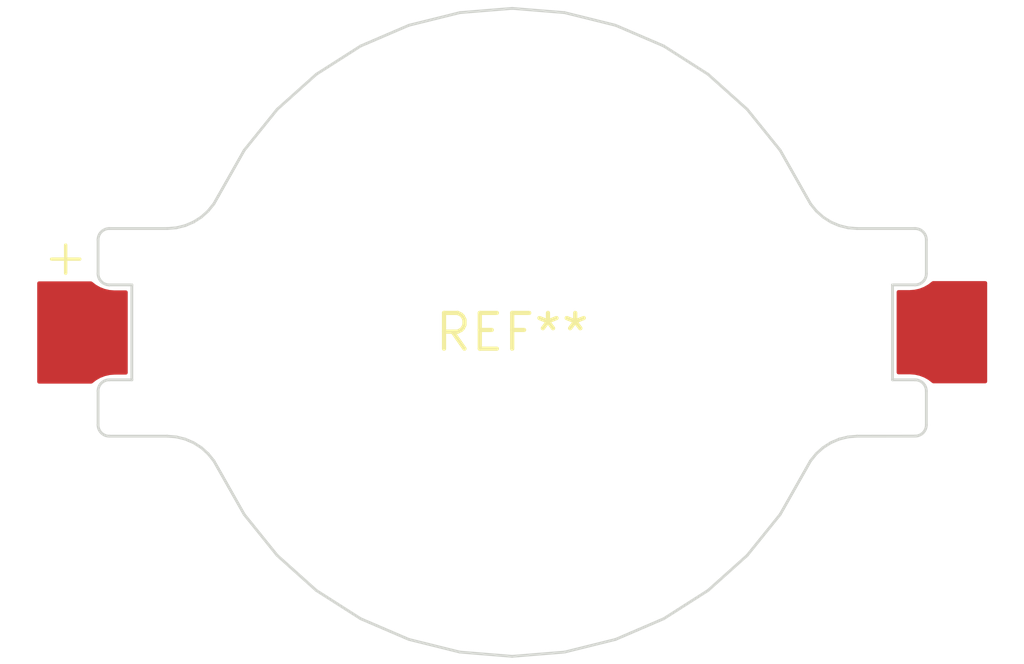
<source format=kicad_pcb>
(kicad_pcb (version 20240108) (generator pcbnew)
  (layers (0 "F.Cu" signal) (31 "B.Cu" signal) (34 "B.Paste" user) (35 "F.Paste" user) (36 "B.SilkS" user "B.Silkscreen") (37 "F.SilkS" user "F.Silkscreen") (38 "B.Mask" user) (39 "F.Mask" user) (44 "Edge.Cuts" user))
  (net 0 "")
  (footprint "BatteryHolder_Keystone_1057_1x2032" (layer "F.Cu") (at 0 0)
    (property "Reference" "REF**")
    (property "Value" "BatteryHolder_Keystone_1057_1x2032")
    (fp_line (start -15.85 -3.1) (end -15.85 -2.1) (layer "F.SilkS") (stroke (width 0.12)))
    (fp_line (start -15.35 -2.6) (end -16.35 -2.6) (layer "F.SilkS") (stroke (width 0.12)))
    (fp_line (start -14.7 -2.08505) (end -14.7 -3.285) (layer "Edge.Cuts") (stroke (width 0.1)))
    (fp_line (start -14.7 3.284899) (end -14.7 2.084949) (layer "Edge.Cuts") (stroke (width 0.1)))
    (fp_line (start -14.3 -3.685) (end -12.244621 -3.685) (layer "Edge.Cuts") (stroke (width 0.1)))
    (fp_line (start -14.3 1.684949) (end -13.5 1.684949) (layer "Edge.Cuts") (stroke (width 0.1)))
    (fp_line (start -13.5 -1.68505) (end -14.3 -1.68505) (layer "Edge.Cuts") (stroke (width 0.1)))
    (fp_line (start -13.5 1.684949) (end -13.5 -1.68505) (layer "Edge.Cuts") (stroke (width 0.1)))
    (fp_line (start -12.244621 -3.685) (end -11.921437 -3.711285) (layer "Edge.Cuts") (stroke (width 0.1)))
    (fp_line (start -12.244621 3.684999) (end -14.3 3.684899) (layer "Edge.Cuts") (stroke (width 0.1)))
    (fp_line (start -11.921437 -3.711285) (end -11.606747 -3.789448) (layer "Edge.Cuts") (stroke (width 0.1)))
    (fp_line (start -11.921437 3.711284) (end -12.244621 3.684999) (layer "Edge.Cuts") (stroke (width 0.1)))
    (fp_line (start -11.606747 -3.789448) (end -11.308824 -3.917435) (layer "Edge.Cuts") (stroke (width 0.1)))
    (fp_line (start -11.606747 3.789447) (end -11.921437 3.711284) (layer "Edge.Cuts") (stroke (width 0.1)))
    (fp_line (start -11.308824 -3.917435) (end -11.035498 -4.091883) (layer "Edge.Cuts") (stroke (width 0.1)))
    (fp_line (start -11.308824 3.917434) (end -11.606747 3.789447) (layer "Edge.Cuts") (stroke (width 0.1)))
    (fp_line (start -11.035498 -4.091883) (end -10.793954 -4.308205) (layer "Edge.Cuts") (stroke (width 0.1)))
    (fp_line (start -11.035498 4.091882) (end -11.308824 3.917434) (layer "Edge.Cuts") (stroke (width 0.1)))
    (fp_line (start -10.793954 -4.308205) (end -10.59054 -4.560716) (layer "Edge.Cuts") (stroke (width 0.1)))
    (fp_line (start -10.793954 4.308204) (end -11.035498 4.091882) (layer "Edge.Cuts") (stroke (width 0.1)))
    (fp_line (start -10.59054 -4.560716) (end -10.430603 -4.842778) (layer "Edge.Cuts") (stroke (width 0.1)))
    (fp_line (start -10.59054 4.560715) (end -10.793954 4.308204) (layer "Edge.Cuts") (stroke (width 0.1)))
    (fp_line (start -10.430603 -4.842778) (end -9.510966 -6.464636) (layer "Edge.Cuts") (stroke (width 0.1)))
    (fp_line (start -10.430603 4.842777) (end -10.59054 4.560715) (layer "Edge.Cuts") (stroke (width 0.1)))
    (fp_line (start -9.510966 -6.464636) (end -8.341335 -7.916572) (layer "Edge.Cuts") (stroke (width 0.1)))
    (fp_line (start -9.510966 6.464635) (end -10.430603 4.842777) (layer "Edge.Cuts") (stroke (width 0.1)))
    (fp_line (start -8.341335 -7.916572) (end -6.952454 -9.160424) (layer "Edge.Cuts") (stroke (width 0.1)))
    (fp_line (start -8.341335 7.916571) (end -9.510966 6.464635) (layer "Edge.Cuts") (stroke (width 0.1)))
    (fp_line (start -6.952454 -9.160424) (end -5.38083 -10.163496) (layer "Edge.Cuts") (stroke (width 0.1)))
    (fp_line (start -6.952454 9.160423) (end -8.341335 7.916571) (layer "Edge.Cuts") (stroke (width 0.1)))
    (fp_line (start -5.38083 -10.163496) (end -3.667773 -10.899424) (layer "Edge.Cuts") (stroke (width 0.1)))
    (fp_line (start -5.38083 10.163495) (end -6.952454 9.160423) (layer "Edge.Cuts") (stroke (width 0.1)))
    (fp_line (start -3.667773 -10.899424) (end -1.858308 -11.348863) (layer "Edge.Cuts") (stroke (width 0.1)))
    (fp_line (start -3.667773 10.899423) (end -5.38083 10.163495) (layer "Edge.Cuts") (stroke (width 0.1)))
    (fp_line (start -1.858308 -11.348863) (end 0 -11.5) (layer "Edge.Cuts") (stroke (width 0.1)))
    (fp_line (start -1.858308 11.348862) (end -3.667773 10.899423) (layer "Edge.Cuts") (stroke (width 0.1)))
    (fp_line (start 0 -11.5) (end 1.858309 -11.348863) (layer "Edge.Cuts") (stroke (width 0.1)))
    (fp_line (start 0 11.499999) (end -1.858308 11.348862) (layer "Edge.Cuts") (stroke (width 0.1)))
    (fp_line (start 1.858309 -11.348863) (end 3.667774 -10.899424) (layer "Edge.Cuts") (stroke (width 0.1)))
    (fp_line (start 1.858309 11.348862) (end 0 11.499999) (layer "Edge.Cuts") (stroke (width 0.1)))
    (fp_line (start 3.667774 -10.899424) (end 5.380831 -10.163496) (layer "Edge.Cuts") (stroke (width 0.1)))
    (fp_line (start 3.667774 10.899423) (end 1.858309 11.348862) (layer "Edge.Cuts") (stroke (width 0.1)))
    (fp_line (start 5.380831 -10.163496) (end 6.952455 -9.160424) (layer "Edge.Cuts") (stroke (width 0.1)))
    (fp_line (start 5.380831 10.163495) (end 3.667774 10.899423) (layer "Edge.Cuts") (stroke (width 0.1)))
    (fp_line (start 6.952455 -9.160424) (end 8.341336 -7.916572) (layer "Edge.Cuts") (stroke (width 0.1)))
    (fp_line (start 6.952455 9.160423) (end 5.380831 10.163495) (layer "Edge.Cuts") (stroke (width 0.1)))
    (fp_line (start 8.341336 -7.916572) (end 9.510967 -6.464636) (layer "Edge.Cuts") (stroke (width 0.1)))
    (fp_line (start 8.341336 7.916571) (end 6.952455 9.160423) (layer "Edge.Cuts") (stroke (width 0.1)))
    (fp_line (start 9.510967 -6.464636) (end 10.430604 -4.842778) (layer "Edge.Cuts") (stroke (width 0.1)))
    (fp_line (start 9.510967 6.464635) (end 8.341336 7.916571) (layer "Edge.Cuts") (stroke (width 0.1)))
    (fp_line (start 10.430604 -4.842778) (end 10.590541 -4.560716) (layer "Edge.Cuts") (stroke (width 0.1)))
    (fp_line (start 10.430604 4.842777) (end 9.510967 6.464635) (layer "Edge.Cuts") (stroke (width 0.1)))
    (fp_line (start 10.590541 -4.560716) (end 10.793955 -4.308205) (layer "Edge.Cuts") (stroke (width 0.1)))
    (fp_line (start 10.590541 4.560715) (end 10.430604 4.842777) (layer "Edge.Cuts") (stroke (width 0.1)))
    (fp_line (start 10.793955 -4.308205) (end 11.035499 -4.091883) (layer "Edge.Cuts") (stroke (width 0.1)))
    (fp_line (start 10.793955 4.308204) (end 10.590541 4.560715) (layer "Edge.Cuts") (stroke (width 0.1)))
    (fp_line (start 11.035499 -4.091883) (end 11.308825 -3.917435) (layer "Edge.Cuts") (stroke (width 0.1)))
    (fp_line (start 11.035499 4.091882) (end 10.793955 4.308204) (layer "Edge.Cuts") (stroke (width 0.1)))
    (fp_line (start 11.308825 -3.917435) (end 11.606748 -3.789448) (layer "Edge.Cuts") (stroke (width 0.1)))
    (fp_line (start 11.308825 3.917434) (end 11.035499 4.091882) (layer "Edge.Cuts") (stroke (width 0.1)))
    (fp_line (start 11.606748 -3.789448) (end 11.921438 -3.711285) (layer "Edge.Cuts") (stroke (width 0.1)))
    (fp_line (start 11.606748 3.789447) (end 11.308825 3.917434) (layer "Edge.Cuts") (stroke (width 0.1)))
    (fp_line (start 11.921438 -3.711285) (end 12.244622 -3.685) (layer "Edge.Cuts") (stroke (width 0.1)))
    (fp_line (start 11.921438 3.711284) (end 11.606748 3.789447) (layer "Edge.Cuts") (stroke (width 0.1)))
    (fp_line (start 12.244622 -3.685) (end 14.3 -3.685) (layer "Edge.Cuts") (stroke (width 0.1)))
    (fp_line (start 12.244622 3.684999) (end 11.921438 3.711284) (layer "Edge.Cuts") (stroke (width 0.1)))
    (fp_line (start 13.5 -1.68505) (end 13.5 1.684949) (layer "Edge.Cuts") (stroke (width 0.1)))
    (fp_line (start 13.5 1.684949) (end 14.3 1.68505) (layer "Edge.Cuts") (stroke (width 0.1)))
    (fp_line (start 14.3 -1.68505) (end 13.5 -1.68505) (layer "Edge.Cuts") (stroke (width 0.1)))
    (fp_line (start 14.3 3.682793) (end 12.244622 3.684999) (layer "Edge.Cuts") (stroke (width 0.1)))
    (fp_line (start 14.7 -3.285) (end 14.7 -2.08505) (layer "Edge.Cuts") (stroke (width 0.1)))
    (fp_line (start 14.7 2.082843) (end 14.7 3.282793) (layer "Edge.Cuts") (stroke (width 0.1)))
    (fp_arc (start -14.7 -3.285) (mid -14.582843 -3.567843) (end -14.3 -3.685) (layer "Edge.Cuts") (stroke (width 0.1)))
    (fp_arc (start -14.7 2.084949) (mid -14.582843 1.802106) (end -14.3 1.684949) (layer "Edge.Cuts") (stroke (width 0.1)))
    (fp_arc (start -14.3 -1.68505) (mid -14.582843 -1.802207) (end -14.7 -2.08505) (layer "Edge.Cuts") (stroke (width 0.1)))
    (fp_arc (start -14.3 3.684899) (mid -14.582843 3.567742) (end -14.7 3.284899) (layer "Edge.Cuts") (stroke (width 0.1)))
    (fp_arc (start 14.3 -3.685) (mid 14.582843 -3.567843) (end 14.7 -3.285) (layer "Edge.Cuts") (stroke (width 0.1)))
    (fp_arc (start 14.3 1.68505) (mid 14.582843 1.802207) (end 14.7 2.08505) (layer "Edge.Cuts") (stroke (width 0.1)))
    (fp_arc (start 14.7 -2.08505) (mid 14.582843 -1.802207) (end 14.3 -1.68505) (layer "Edge.Cuts") (stroke (width 0.1)))
    (fp_arc (start 14.7 3.282793) (mid 14.582843 3.565636) (end 14.3 3.682793) (layer "Edge.Cuts") (stroke (width 0.1)))
    (pad "1" smd custom (at -15.15 -0.1) (size 1 1) (layers "F.Cu" "F.Paste" "F.Mask") (options (clearance outline) (anchor rect)) (primitives (gr_poly (pts (xy 0.2 -1.65) (xy 0.271537 -1.594563) (xy 0.343074 -1.539127) (xy 0.500662 -1.450081) (xy 0.58506 -1.417404) (xy 0.669458 -1.384728) (xy 0.757691 -1.364583) (xy 0.845923 -1.344438) (xy 1.026357 -1.330056) (xy 1.235196 -1.330056) (xy 1.444035 -1.330057) (xy 1.444034 1.539942) (xy 1.044035 1.539967) (xy 0.86174 1.553331) (xy 0.683343 1.593137) (xy 0.512659 1.658535) (xy 0.353336 1.748125) (xy 0.28106 1.804058) (xy 0.208783 1.859992) (xy -1.65 1.859992) (xy -1.65 -1.650007)) (width 0.12) (fill yes))))
    (pad "2" smd custom (at 15.15 0.1 180) (size 1 1) (layers "F.Cu" "F.Paste" "F.Mask") (options (clearance outline) (anchor rect)) (primitives (gr_poly (pts (xy 0.2 -1.65) (xy 0.271537 -1.594563) (xy 0.343074 -1.539127) (xy 0.500662 -1.450081) (xy 0.58506 -1.417404) (xy 0.669458 -1.384728) (xy 0.757691 -1.364583) (xy 0.845923 -1.344438) (xy 1.026357 -1.330056) (xy 1.235196 -1.330056) (xy 1.444035 -1.330057) (xy 1.444034 1.539942) (xy 1.044035 1.539967) (xy 0.86174 1.553331) (xy 0.683343 1.593137) (xy 0.512659 1.658535) (xy 0.353336 1.748125) (xy 0.28106 1.804058) (xy 0.208783 1.859992) (xy -1.65 1.859992) (xy -1.65 -1.650007)) (width 0.12) (fill yes))))
  )
)
</source>
